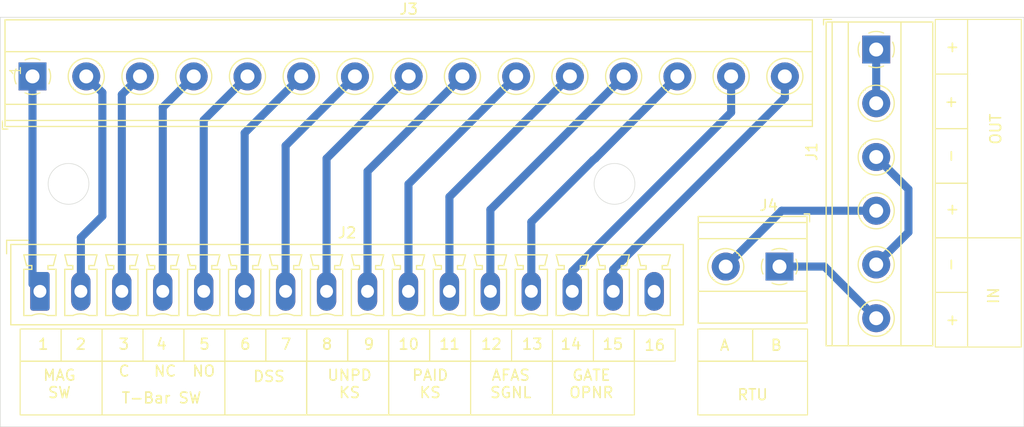
<source format=kicad_pcb>
(kicad_pcb (version 20240108) (generator "pcbnew") (generator_version "8.0")
  (layers (0 "F.Cu" signal) (31 "B.Cu" signal) (34 "B.Paste" user) (35 "F.Paste" user) (36 "B.SilkS" user "B.Silkscreen") (37 "F.SilkS" user "F.Silkscreen") (38 "B.Mask" user) (39 "F.Mask" user) (44 "Edge.Cuts" user))
  (net 0 "")
  (net 1 "Net-(J1-Pin_3)")
  (net 2 "Net-(J1-Pin_1)")
  (net 3 "Net-(J1-Pin_6)")
  (net 4 "Net-(J1-Pin_4)")
  (net 5 "Net-(J2-Pin_12)")
  (net 6 "Net-(J2-Pin_8)")
  (net 7 "Net-(J2-Pin_7)")
  (net 8 "Net-(J2-Pin_2)")
  (net 9 "Net-(J2-Pin_10)")
  (net 10 "Net-(J2-Pin_14)")
  (net 11 "Net-(J2-Pin_1)")
  (net 12 "Net-(J2-Pin_3)")
  (net 13 "Net-(J2-Pin_6)")
  (net 14 "Net-(J2-Pin_13)")
  (net 15 "Net-(J2-Pin_11)")
  (net 16 "Net-(J2-Pin_4)")
  (net 17 "Net-(J2-Pin_15)")
  (net 18 "Net-(J2-Pin_9)")
  (net 19 "Net-(J2-Pin_5)")
  (footprint "TerminalBlock_Phoenix:TerminalBlock_Phoenix_MKDS-1,5-6_1x06_P5.00mm_Horizontal" (layer "F.Cu") (at 81.5 3 -90)
    (property "Reference" "J1" (at 9.5 6 90) (layer "F.SilkS"))
    (property "Value" "Screw_Terminal_01x06")
    (fp_line (start -2.8 4.9) (end -2.3 4.9) (stroke (width 0.12)) (layer "F.SilkS"))
    (fp_line (start -2.56 4.66) (end 27.56 4.66) (stroke (width 0.12)) (layer "F.SilkS"))
    (fp_line (start -2.8 4.16) (end -2.8 4.9) (stroke (width 0.12)) (layer "F.SilkS"))
    (fp_line (start -2.56 4.1) (end 27.56 4.1) (stroke (width 0.12)) (layer "F.SilkS"))
    (fp_line (start -2.56 2.6) (end 27.56 2.6) (stroke (width 0.12)) (layer "F.SilkS"))
    (fp_line (start 3.966 1.239) (end 3.931 1.274) (stroke (width 0.12)) (layer "F.SilkS"))
    (fp_line (start 8.966 1.239) (end 8.931 1.274) (stroke (width 0.12)) (layer "F.SilkS"))
    (fp_line (start 13.966 1.239) (end 13.931 1.274) (stroke (width 0.12)) (layer "F.SilkS"))
    (fp_line (start 18.966 1.239) (end 18.931 1.274) (stroke (width 0.12)) (layer "F.SilkS"))
    (fp_line (start 23.966 1.239) (end 23.931 1.274) (stroke (width 0.12)) (layer "F.SilkS"))
    (fp_line (start 3.773 1.023) (end 3.726 1.069) (stroke (width 0.12)) (layer "F.SilkS"))
    (fp_line (start 8.773 1.023) (end 8.726 1.069) (stroke (width 0.12)) (layer "F.SilkS"))
    (fp_line (start 13.773 1.023) (end 13.726 1.069) (stroke (width 0.12)) (layer "F.SilkS"))
    (fp_line (start 18.773 1.023) (end 18.726 1.069) (stroke (width 0.12)) (layer "F.SilkS"))
    (fp_line (start 23.773 1.023) (end 23.726 1.069) (stroke (width 0.12)) (layer "F.SilkS"))
    (fp_line (start 6.275 -1.069) (end 6.228 -1.023) (stroke (width 0.12)) (layer "F.SilkS"))
    (fp_line (start 11.275 -1.069) (end 11.228 -1.023) (stroke (width 0.12)) (layer "F.SilkS"))
    (fp_line (start 16.275 -1.069) (end 16.228 -1.023) (stroke (width 0.12)) (layer "F.SilkS"))
    (fp_line (start 21.275 -1.069) (end 21.228 -1.023) (stroke (width 0.12)) (layer "F.SilkS"))
    (fp_line (start 26.275 -1.069) (end 26.228 -1.023) (stroke (width 0.12)) (layer "F.SilkS"))
    (fp_line (start 6.07 -1.275) (end 6.035 -1.239) (stroke (width 0.12)) (layer "F.SilkS"))
    (fp_line (start 11.07 -1.275) (end 11.035 -1.239) (stroke (width 0.12)) (layer "F.SilkS"))
    (fp_line (start 16.07 -1.275) (end 16.035 -1.239) (stroke (width 0.12)) (layer "F.SilkS"))
    (fp_line (start 21.07 -1.275) (end 21.035 -1.239) (stroke (width 0.12)) (layer "F.SilkS"))
    (fp_line (start 26.07 -1.275) (end 26.035 -1.239) (stroke (width 0.12)) (layer "F.SilkS"))
    (fp_line (start -2.56 -2.301) (end 27.56 -2.301) (stroke (width 0.12)) (layer "F.SilkS"))
    (fp_line (start -2.56 -5.261) (end -2.56 4.66) (stroke (width 0.12)) (layer "F.SilkS"))
    (fp_line (start -2.56 -5.261) (end 27.56 -5.261) (stroke (width 0.12)) (layer "F.SilkS"))
    (fp_line (start 27.56 -5.261) (end 27.56 4.66) (stroke (width 0.12)) (layer "F.SilkS"))
    (fp_arc (start 0.028805 1.680253) (mid -0.335551 1.646659) (end -0.684 1.535) (stroke (width 0.12)) (layer "F.SilkS"))
    (fp_arc (start 0.683318 1.534756) (mid 0.349292 1.643288) (end 0 1.68) (stroke (width 0.12)) (layer "F.SilkS"))
    (fp_arc (start -1.535427 0.683042) (mid -1.680501 -0.000524) (end -1.535 -0.684) (stroke (width 0.12)) (layer "F.SilkS"))
    (fp_arc (start 1.535427 -0.683042) (mid 1.680501 0.000524) (end 1.535 0.684) (stroke (width 0.12)) (layer "F.SilkS"))
    (fp_arc (start -0.683042 -1.535427) (mid 0.000524 -1.680501) (end 0.684 -1.535) (stroke (width 0.12)) (layer "F.SilkS"))
    (fp_circle (center 5 0) (end 6.68 0) (stroke (width 0.12)) (fill none) (layer "F.SilkS"))
    (fp_circle (center 10 0) (end 11.68 0) (stroke (width 0.12)) (fill none) (layer "F.SilkS"))
    (fp_circle (center 15 0) (end 16.68 0) (stroke (width 0.12)) (fill none) (layer "F.SilkS"))
    (fp_circle (center 20 0) (end 21.68 0) (stroke (width 0.12)) (fill none) (layer "F.SilkS"))
    (fp_circle (center 25 0) (end 26.68 0) (stroke (width 0.12)) (fill none) (layer "F.SilkS"))
    (pad "1" thru_hole rect (at 0 0 270) (size 2.6 2.6) (drill 1.3) (layers "*.Cu" "*.Mask") (net 2 "Net-(J1-Pin_1)"))
    (pad "2" thru_hole circle (at 5 0 270) (size 2.6 2.6) (drill 1.3) (layers "*.Cu" "*.Mask") (net 2 "Net-(J1-Pin_1)"))
    (pad "3" thru_hole circle (at 10 0 270) (size 2.6 2.6) (drill 1.3) (layers "*.Cu" "*.Mask") (net 1 "Net-(J1-Pin_3)"))
    (pad "4" thru_hole circle (at 15 0 270) (size 2.6 2.6) (drill 1.3) (layers "*.Cu" "*.Mask") (net 4 "Net-(J1-Pin_4)"))
    (pad "5" thru_hole circle (at 20 0 270) (size 2.6 2.6) (drill 1.3) (layers "*.Cu" "*.Mask") (net 1 "Net-(J1-Pin_3)"))
    (pad "6" thru_hole circle (at 25 0 270) (size 2.6 2.6) (drill 1.3) (layers "*.Cu" "*.Mask") (net 3 "Net-(J1-Pin_6)"))
  )
  (footprint "TerminalBlock_Phoenix:TerminalBlock_Phoenix_MKDS-1,5-15_1x15_P5.00mm_Horizontal" (layer "F.Cu") (at 3 5.5)
    (property "Reference" "J3" (at 35 -6.26 0) (layer "F.SilkS"))
    (property "Value" "Screw_Terminal_01x15")
    (fp_line (start -2.8 4.16) (end -2.8 4.9) (stroke (width 0.12)) (layer "F.SilkS"))
    (fp_line (start -2.8 4.9) (end -2.3 4.9) (stroke (width 0.12)) (layer "F.SilkS"))
    (fp_line (start -2.56 -5.261) (end -2.56 4.66) (stroke (width 0.12)) (layer "F.SilkS"))
    (fp_line (start -2.56 -5.261) (end 72.56 -5.261) (stroke (width 0.12)) (layer "F.SilkS"))
    (fp_line (start -2.56 -2.301) (end 72.56 -2.301) (stroke (width 0.12)) (layer "F.SilkS"))
    (fp_line (start -2.56 2.6) (end 72.56 2.6) (stroke (width 0.12)) (layer "F.SilkS"))
    (fp_line (start -2.56 4.1) (end 72.56 4.1) (stroke (width 0.12)) (layer "F.SilkS"))
    (fp_line (start -2.56 4.66) (end 72.56 4.66) (stroke (width 0.12)) (layer "F.SilkS"))
    (fp_line (start 3.773 1.023) (end 3.726 1.069) (stroke (width 0.12)) (layer "F.SilkS"))
    (fp_line (start 3.966 1.239) (end 3.931 1.274) (stroke (width 0.12)) (layer "F.SilkS"))
    (fp_line (start 6.07 -1.275) (end 6.035 -1.239) (stroke (width 0.12)) (layer "F.SilkS"))
    (fp_line (start 6.275 -1.069) (end 6.228 -1.023) (stroke (width 0.12)) (layer "F.SilkS"))
    (fp_line (start 8.773 1.023) (end 8.726 1.069) (stroke (width 0.12)) (layer "F.SilkS"))
    (fp_line (start 8.966 1.239) (end 8.931 1.274) (stroke (width 0.12)) (layer "F.SilkS"))
    (fp_line (start 11.07 -1.275) (end 11.035 -1.239) (stroke (width 0.12)) (layer "F.SilkS"))
    (fp_line (start 11.275 -1.069) (end 11.228 -1.023) (stroke (width 0.12)) (layer "F.SilkS"))
    (fp_line (start 13.773 1.023) (end 13.726 1.069) (stroke (width 0.12)) (layer "F.SilkS"))
    (fp_line (start 13.966 1.239) (end 13.931 1.274) (stroke (width 0.12)) (layer "F.SilkS"))
    (fp_line (start 16.07 -1.275) (end 16.035 -1.239) (stroke (width 0.12)) (layer "F.SilkS"))
    (fp_line (start 16.275 -1.069) (end 16.228 -1.023) (stroke (width 0.12)) (layer "F.SilkS"))
    (fp_line (start 18.773 1.023) (end 18.726 1.069) (stroke (width 0.12)) (layer "F.SilkS"))
    (fp_line (start 18.966 1.239) (end 18.931 1.274) (stroke (width 0.12)) (layer "F.SilkS"))
    (fp_line (start 21.07 -1.275) (end 21.035 -1.239) (stroke (width 0.12)) (layer "F.SilkS"))
    (fp_line (start 21.275 -1.069) (end 21.228 -1.023) (stroke (width 0.12)) (layer "F.SilkS"))
    (fp_line (start 23.773 1.023) (end 23.726 1.069) (stroke (width 0.12)) (layer "F.SilkS"))
    (fp_line (start 23.966 1.239) (end 23.931 1.274) (stroke (width 0.12)) (layer "F.SilkS"))
    (fp_line (start 26.07 -1.275) (end 26.035 -1.239) (stroke (width 0.12)) (layer "F.SilkS"))
    (fp_line (start 26.275 -1.069) (end 26.228 -1.023) (stroke (width 0.12)) (layer "F.SilkS"))
    (fp_line (start 28.773 1.023) (end 28.726 1.069) (stroke (width 0.12)) (layer "F.SilkS"))
    (fp_line (start 28.966 1.239) (end 28.931 1.274) (stroke (width 0.12)) (layer "F.SilkS"))
    (fp_line (start 31.07 -1.275) (end 31.035 -1.239) (stroke (width 0.12)) (layer "F.SilkS"))
    (fp_line (start 31.275 -1.069) (end 31.228 -1.023) (stroke (width 0.12)) (layer "F.SilkS"))
    (fp_line (start 33.773 1.023) (end 33.726 1.069) (stroke (width 0.12)) (layer "F.SilkS"))
    (fp_line (start 33.966 1.239) (end 33.931 1.274) (stroke (width 0.12)) (layer "F.SilkS"))
    (fp_line (start 36.07 -1.275) (end 36.035 -1.239) (stroke (width 0.12)) (layer "F.SilkS"))
    (fp_line (start 36.275 -1.069) (end 36.228 -1.023) (stroke (width 0.12)) (layer "F.SilkS"))
    (fp_line (start 38.773 1.023) (end 38.726 1.069) (stroke (width 0.12)) (layer "F.SilkS"))
    (fp_line (start 38.966 1.239) (end 38.931 1.274) (stroke (width 0.12)) (layer "F.SilkS"))
    (fp_line (start 41.07 -1.275) (end 41.035 -1.239) (stroke (width 0.12)) (layer "F.SilkS"))
    (fp_line (start 41.275 -1.069) (end 41.228 -1.023) (stroke (width 0.12)) (layer "F.SilkS"))
    (fp_line (start 43.773 1.023) (end 43.726 1.069) (stroke (width 0.12)) (layer "F.SilkS"))
    (fp_line (start 43.966 1.239) (end 43.931 1.274) (stroke (width 0.12)) (layer "F.SilkS"))
    (fp_line (start 46.07 -1.275) (end 46.035 -1.239) (stroke (width 0.12)) (layer "F.SilkS"))
    (fp_line (start 46.275 -1.069) (end 46.228 -1.023) (stroke (width 0.12)) (layer "F.SilkS"))
    (fp_line (start 48.773 1.023) (end 48.726 1.069) (stroke (width 0.12)) (layer "F.SilkS"))
    (fp_line (start 48.966 1.239) (end 48.931 1.274) (stroke (width 0.12)) (layer "F.SilkS"))
    (fp_line (start 51.07 -1.275) (end 51.035 -1.239) (stroke (width 0.12)) (layer "F.SilkS"))
    (fp_line (start 51.275 -1.069) (end 51.228 -1.023) (stroke (width 0.12)) (layer "F.SilkS"))
    (fp_line (start 53.773 1.023) (end 53.726 1.069) (stroke (width 0.12)) (layer "F.SilkS"))
    (fp_line (start 53.966 1.239) (end 53.931 1.274) (stroke (width 0.12)) (layer "F.SilkS"))
    (fp_line (start 56.07 -1.275) (end 56.035 -1.239) (stroke (width 0.12)) (layer "F.SilkS"))
    (fp_line (start 56.275 -1.069) (end 56.228 -1.023) (stroke (width 0.12)) (layer "F.SilkS"))
    (fp_line (start 58.773 1.023) (end 58.726 1.069) (stroke (width 0.12)) (layer "F.SilkS"))
    (fp_line (start 58.966 1.239) (end 58.931 1.274) (stroke (width 0.12)) (layer "F.SilkS"))
    (fp_line (start 61.07 -1.275) (end 61.035 -1.239) (stroke (width 0.12)) (layer "F.SilkS"))
    (fp_line (start 61.275 -1.069) (end 61.228 -1.023) (stroke (width 0.12)) (layer "F.SilkS"))
    (fp_line (start 63.773 1.023) (end 63.726 1.069) (stroke (width 0.12)) (layer "F.SilkS"))
    (fp_line (start 63.966 1.239) (end 63.931 1.274) (stroke (width 0.12)) (layer "F.SilkS"))
    (fp_line (start 66.07 -1.275) (end 66.035 -1.239) (stroke (width 0.12)) (layer "F.SilkS"))
    (fp_line (start 66.275 -1.069) (end 66.228 -1.023) (stroke (width 0.12)) (layer "F.SilkS"))
    (fp_line (start 68.773 1.023) (end 68.726 1.069) (stroke (width 0.12)) (layer "F.SilkS"))
    (fp_line (start 68.966 1.239) (end 68.931 1.274) (stroke (width 0.12)) (layer "F.SilkS"))
    (fp_line (start 71.07 -1.275) (end 71.035 -1.239) (stroke (width 0.12)) (layer "F.SilkS"))
    (fp_line (start 71.275 -1.069) (end 71.228 -1.023) (stroke (width 0.12)) (layer "F.SilkS"))
    (fp_line (start 72.56 -5.261) (end 72.56 4.66) (stroke (width 0.12)) (layer "F.SilkS"))
    (fp_arc (start -1.535427 0.683042) (mid -1.680501 -0.000524) (end -1.535 -0.684) (stroke (width 0.12)) (layer "F.SilkS"))
    (fp_arc (start -0.683042 -1.535427) (mid 0.000524 -1.680501) (end 0.684 -1.535) (stroke (width 0.12)) (layer "F.SilkS"))
    (fp_arc (start 0.028805 1.680253) (mid -0.335551 1.646659) (end -0.684 1.535) (stroke (width 0.12)) (layer "F.SilkS"))
    (fp_arc (start 0.683318 1.534756) (mid 0.349292 1.643288) (end 0 1.68) (stroke (width 0.12)) (layer "F.SilkS"))
    (fp_arc (start 1.535427 -0.683042) (mid 1.680501 0.000524) (end 1.535 0.684) (stroke (width 0.12)) (layer "F.SilkS"))
    (fp_circle (center 5 0) (end 6.68 0) (stroke (width 0.12)) (fill none) (layer "F.SilkS"))
    (fp_circle (center 10 0) (end 11.68 0) (stroke (width 0.12)) (fill none) (layer "F.SilkS"))
    (fp_circle (center 15 0) (end 16.68 0) (stroke (width 0.12)) (fill none) (layer "F.SilkS"))
    (fp_circle (center 20 0) (end 21.68 0) (stroke (width 0.12)) (fill none) (layer "F.SilkS"))
    (fp_circle (center 25 0) (end 26.68 0) (stroke (width 0.12)) (fill none) (layer "F.SilkS"))
    (fp_circle (center 30 0) (end 31.68 0) (stroke (width 0.12)) (fill none) (layer "F.SilkS"))
    (fp_circle (center 35 0) (end 36.68 0) (stroke (width 0.12)) (fill none) (layer "F.SilkS"))
    (fp_circle (center 40 0) (end 41.68 0) (stroke (width 0.12)) (fill none) (layer "F.SilkS"))
    (fp_circle (center 45 0) (end 46.68 0) (stroke (width 0.12)) (fill none) (layer "F.SilkS"))
    (fp_circle (center 50 0) (end 51.68 0) (stroke (width 0.12)) (fill none) (layer "F.SilkS"))
    (fp_circle (center 55 0) (end 56.68 0) (stroke (width 0.12)) (fill none) (layer "F.SilkS"))
    (fp_circle (center 60 0) (end 61.68 0) (stroke (width 0.12)) (fill none) (layer "F.SilkS"))
    (fp_circle (center 65 0) (end 66.68 0) (stroke (width 0.12)) (fill none) (layer "F.SilkS"))
    (fp_circle (center 70 0) (end 71.68 0) (stroke (width 0.12)) (fill none) (layer "F.SilkS"))
    (pad "1" thru_hole rect (at 0 0) (size 2.6 2.6) (drill 1.3) (layers "*.Cu" "*.Mask") (net 11 "Net-(J2-Pin_1)"))
    (pad "2" thru_hole circle (at 5 0) (size 2.6 2.6) (drill 1.3) (layers "*.Cu" "*.Mask") (net 8 "Net-(J2-Pin_2)"))
    (pad "3" thru_hole circle (at 10 0) (size 2.6 2.6) (drill 1.3) (layers "*.Cu" "*.Mask") (net 12 "Net-(J2-Pin_3)"))
    (pad "4" thru_hole circle (at 15 0) (size 2.6 2.6) (drill 1.3) (layers "*.Cu" "*.Mask") (net 16 "Net-(J2-Pin_4)"))
    (pad "5" thru_hole circle (at 20 0) (size 2.6 2.6) (drill 1.3) (layers "*.Cu" "*.Mask") (net 19 "Net-(J2-Pin_5)"))
    (pad "6" thru_hole circle (at 25 0) (size 2.6 2.6) (drill 1.3) (layers "*.Cu" "*.Mask") (net 13 "Net-(J2-Pin_6)"))
    (pad "7" thru_hole circle (at 30 0) (size 2.6 2.6) (drill 1.3) (layers "*.Cu" "*.Mask") (net 7 "Net-(J2-Pin_7)"))
    (pad "8" thru_hole circle (at 35 0) (size 2.6 2.6) (drill 1.3) (layers "*.Cu" "*.Mask") (net 6 "Net-(J2-Pin_8)"))
    (pad "9" thru_hole circle (at 40 0) (size 2.6 2.6) (drill 1.3) (layers "*.Cu" "*.Mask") (net 18 "Net-(J2-Pin_9)"))
    (pad "10" thru_hole circle (at 45 0) (size 2.6 2.6) (drill 1.3) (layers "*.Cu" "*.Mask") (net 9 "Net-(J2-Pin_10)"))
    (pad "11" thru_hole circle (at 50 0) (size 2.6 2.6) (drill 1.3) (layers "*.Cu" "*.Mask") (net 15 "Net-(J2-Pin_11)"))
    (pad "12" thru_hole circle (at 55 0) (size 2.6 2.6) (drill 1.3) (layers "*.Cu" "*.Mask") (net 5 "Net-(J2-Pin_12)"))
    (pad "13" thru_hole circle (at 60 0) (size 2.6 2.6) (drill 1.3) (layers "*.Cu" "*.Mask") (net 14 "Net-(J2-Pin_13)"))
    (pad "14" thru_hole circle (at 65 0) (size 2.6 2.6) (drill 1.3) (layers "*.Cu" "*.Mask") (net 10 "Net-(J2-Pin_14)"))
    (pad "15" thru_hole circle (at 70 0) (size 2.6 2.6) (drill 1.3) (layers "*.Cu" "*.Mask") (net 17 "Net-(J2-Pin_15)"))
  )
  (footprint "Connector_Phoenix_MC:PhoenixContact_MCV_1,5_16-G-3.81_1x16_P3.81mm_Vertical" (layer "F.Cu") (at 3.69 25.5)
    (property "Reference" "J2" (at 28.58 -5.45 0) (layer "F.SilkS"))
    (property "Value" "Conn_01x15_Socket")
    (fp_line (start -3.1 -4.75) (end -1.1 -4.75) (stroke (width 0.12)) (layer "F.SilkS"))
    (fp_line (start -3.1 -3.5) (end -3.1 -4.75) (stroke (width 0.12)) (layer "F.SilkS"))
    (fp_line (start -2.71 -4.36) (end -2.71 3.11) (stroke (width 0.12)) (layer "F.SilkS"))
    (fp_line (start -2.71 3.11) (end 59.86 3.11) (stroke (width 0.12)) (layer "F.SilkS"))
    (fp_line (start -1.5 -3.4) (end 1.5 -3.4) (stroke (width 0.12)) (layer "F.SilkS"))
    (fp_line (start -1.5 -2.05) (end -0.75 -2.05) (stroke (width 0.12)) (layer "F.SilkS"))
    (fp_line (start -1.5 2.25) (end -1.5 -2.05) (stroke (width 0.12)) (layer "F.SilkS"))
    (fp_line (start -1.25 -2.4) (end -1.5 -3.4) (stroke (width 0.12)) (layer "F.SilkS"))
    (fp_line (start -0.75 -2.4) (end -1.25 -2.4) (stroke (width 0.12)) (layer "F.SilkS"))
    (fp_line (start -0.75 -2.05) (end -0.75 -2.4) (stroke (width 0.12)) (layer "F.SilkS"))
    (fp_line (start -0.75 2.25) (end -1.5 2.25) (stroke (width 0.12)) (layer "F.SilkS"))
    (fp_line (start 0.75 -2.4) (end 0.75 -2.05) (stroke (width 0.12)) (layer "F.SilkS"))
    (fp_line (start 0.75 -2.05) (end 1.5 -2.05) (stroke (width 0.12)) (layer "F.SilkS"))
    (fp_line (start 1.25 -2.4) (end 0.75 -2.4) (stroke (width 0.12)) (layer "F.SilkS"))
    (fp_line (start 1.5 -3.4) (end 1.25 -2.4) (stroke (width 0.12)) (layer "F.SilkS"))
    (fp_line (start 1.5 -2.05) (end 1.5 2.25) (stroke (width 0.12)) (layer "F.SilkS"))
    (fp_line (start 1.5 2.25) (end 0.75 2.25) (stroke (width 0.12)) (layer "F.SilkS"))
    (fp_line (start 2.31 -3.4) (end 5.31 -3.4) (stroke (width 0.12)) (layer "F.SilkS"))
    (fp_line (start 2.31 -2.05) (end 3.06 -2.05) (stroke (width 0.12)) (layer "F.SilkS"))
    (fp_line (start 2.31 2.25) (end 2.31 -2.05) (stroke (width 0.12)) (layer "F.SilkS"))
    (fp_line (start 2.56 -2.4) (end 2.31 -3.4) (stroke (width 0.12)) (layer "F.SilkS"))
    (fp_line (start 3.06 -2.4) (end 2.56 -2.4) (stroke (width 0.12)) (layer "F.SilkS"))
    (fp_line (start 3.06 -2.05) (end 3.06 -2.4) (stroke (width 0.12)) (layer "F.SilkS"))
    (fp_line (start 3.06 2.25) (end 2.31 2.25) (stroke (width 0.12)) (layer "F.SilkS"))
    (fp_line (start 4.56 -2.4) (end 4.56 -2.05) (stroke (width 0.12)) (layer "F.SilkS"))
    (fp_line (start 4.56 -2.05) (end 5.31 -2.05) (stroke (width 0.12)) (layer "F.SilkS"))
    (fp_line (start 5.06 -2.4) (end 4.56 -2.4) (stroke (width 0.12)) (layer "F.SilkS"))
    (fp_line (start 5.31 -3.4) (end 5.06 -2.4) (stroke (width 0.12)) (layer "F.SilkS"))
    (fp_line (start 5.31 -2.05) (end 5.31 2.25) (stroke (width 0.12)) (layer "F.SilkS"))
    (fp_line (start 5.31 2.25) (end 4.56 2.25) (stroke (width 0.12)) (layer "F.SilkS"))
    (fp_line (start 6.12 -3.4) (end 9.12 -3.4) (stroke (width 0.12)) (layer "F.SilkS"))
    (fp_line (start 6.12 -2.05) (end 6.87 -2.05) (stroke (width 0.12)) (layer "F.SilkS"))
    (fp_line (start 6.12 2.25) (end 6.12 -2.05) (stroke (width 0.12)) (layer "F.SilkS"))
    (fp_line (start 6.37 -2.4) (end 6.12 -3.4) (stroke (width 0.12)) (layer "F.SilkS"))
    (fp_line (start 6.87 -2.4) (end 6.37 -2.4) (stroke (width 0.12)) (layer "F.SilkS"))
    (fp_line (start 6.87 -2.05) (end 6.87 -2.4) (stroke (width 0.12)) (layer "F.SilkS"))
    (fp_line (start 6.87 2.25) (end 6.12 2.25) (stroke (width 0.12)) (layer "F.SilkS"))
    (fp_line (start 8.37 -2.4) (end 8.37 -2.05) (stroke (width 0.12)) (layer "F.SilkS"))
    (fp_line (start 8.37 -2.05) (end 9.12 -2.05) (stroke (width 0.12)) (layer "F.SilkS"))
    (fp_line (start 8.87 -2.4) (end 8.37 -2.4) (stroke (width 0.12)) (layer "F.SilkS"))
    (fp_line (start 9.12 -3.4) (end 8.87 -2.4) (stroke (width 0.12)) (layer "F.SilkS"))
    (fp_line (start 9.12 -2.05) (end 9.12 2.25) (stroke (width 0.12)) (layer "F.SilkS"))
    (fp_line (start 9.12 2.25) (end 8.37 2.25) (stroke (width 0.12)) (layer "F.SilkS"))
    (fp_line (start 9.93 -3.4) (end 12.93 -3.4) (stroke (width 0.12)) (layer "F.SilkS"))
    (fp_line (start 9.93 -2.05) (end 10.68 -2.05) (stroke (width 0.12)) (layer "F.SilkS"))
    (fp_line (start 9.93 2.25) (end 9.93 -2.05) (stroke (width 0.12)) (layer "F.SilkS"))
    (fp_line (start 10.18 -2.4) (end 9.93 -3.4) (stroke (width 0.12)) (layer "F.SilkS"))
    (fp_line (start 10.68 -2.4) (end 10.18 -2.4) (stroke (width 0.12)) (layer "F.SilkS"))
    (fp_line (start 10.68 -2.05) (end 10.68 -2.4) (stroke (width 0.12)) (layer "F.SilkS"))
    (fp_line (start 10.68 2.25) (end 9.93 2.25) (stroke (width 0.12)) (layer "F.SilkS"))
    (fp_line (start 12.18 -2.4) (end 12.18 -2.05) (stroke (width 0.12)) (layer "F.SilkS"))
    (fp_line (start 12.18 -2.05) (end 12.93 -2.05) (stroke (width 0.12)) (layer "F.SilkS"))
    (fp_line (start 12.68 -2.4) (end 12.18 -2.4) (stroke (width 0.12)) (layer "F.SilkS"))
    (fp_line (start 12.93 -3.4) (end 12.68 -2.4) (stroke (width 0.12)) (layer "F.SilkS"))
    (fp_line (start 12.93 -2.05) (end 12.93 2.25) (stroke (width 0.12)) (layer "F.SilkS"))
    (fp_line (start 12.93 2.25) (end 12.18 2.25) (stroke (width 0.12)) (layer "F.SilkS"))
    (fp_line (start 13.74 -3.4) (end 16.74 -3.4) (stroke (width 0.12)) (layer "F.SilkS"))
    (fp_line (start 13.74 -2.05) (end 14.49 -2.05) (stroke (width 0.12)) (layer "F.SilkS"))
    (fp_line (start 13.74 2.25) (end 13.74 -2.05) (stroke (width 0.12)) (layer "F.SilkS"))
    (fp_line (start 13.99 -2.4) (end 13.74 -3.4) (stroke (width 0.12)) (layer "F.SilkS"))
    (fp_line (start 14.49 -2.4) (end 13.99 -2.4) (stroke (width 0.12)) (layer "F.SilkS"))
    (fp_line (start 14.49 -2.05) (end 14.49 -2.4) (stroke (width 0.12)) (layer "F.SilkS"))
    (fp_line (start 14.49 2.25) (end 13.74 2.25) (stroke (width 0.12)) (layer "F.SilkS"))
    (fp_line (start 15.99 -2.4) (end 15.99 -2.05) (stroke (width 0.12)) (layer "F.SilkS"))
    (fp_line (start 15.99 -2.05) (end 16.74 -2.05) (stroke (width 0.12)) (layer "F.SilkS"))
    (fp_line (start 16.49 -2.4) (end 15.99 -2.4) (stroke (width 0.12)) (layer "F.SilkS"))
    (fp_line (start 16.74 -3.4) (end 16.49 -2.4) (stroke (width 0.12)) (layer "F.SilkS"))
    (fp_line (start 16.74 -2.05) (end 16.74 2.25) (stroke (width 0.12)) (layer "F.SilkS"))
    (fp_line (start 16.74 2.25) (end 15.99 2.25) (stroke (width 0.12)) (layer "F.SilkS"))
    (fp_line (start 17.55 -3.4) (end 20.55 -3.4) (stroke (width 0.12)) (layer "F.SilkS"))
    (fp_line (start 17.55 -2.05) (end 18.3 -2.05) (stroke (width 0.12)) (layer "F.SilkS"))
    (fp_line (start 17.55 2.25) (end 17.55 -2.05) (stroke (width 0.12)) (layer "F.SilkS"))
    (fp_line (start 17.8 -2.4) (end 17.55 -3.4) (stroke (width 0.12)) (layer "F.SilkS"))
    (fp_line (start 18.3 -2.4) (end 17.8 -2.4) (stroke (width 0.12)) (layer "F.SilkS"))
    (fp_line (start 18.3 -2.05) (end 18.3 -2.4) (stroke (width 0.12)) (layer "F.SilkS"))
    (fp_line (start 18.3 2.25) (end 17.55 2.25) (stroke (width 0.12)) (layer "F.SilkS"))
    (fp_line (start 19.8 -2.4) (end 19.8 -2.05) (stroke (width 0.12)) (layer "F.SilkS"))
    (fp_line (start 19.8 -2.05) (end 20.55 -2.05) (stroke (width 0.12)) (layer "F.SilkS"))
    (fp_line (start 20.3 -2.4) (end 19.8 -2.4) (stroke (width 0.12)) (layer "F.SilkS"))
    (fp_line (start 20.55 -3.4) (end 20.3 -2.4) (stroke (width 0.12)) (layer "F.SilkS"))
    (fp_line (start 20.55 -2.05) (end 20.55 2.25) (stroke (width 0.12)) (layer "F.SilkS"))
    (fp_line (start 20.55 2.25) (end 19.8 2.25) (stroke (width 0.12)) (layer "F.SilkS"))
    (fp_line (start 21.36 -3.4) (end 24.36 -3.4) (stroke (width 0.12)) (layer "F.SilkS"))
    (fp_line (start 21.36 -2.05) (end 22.11 -2.05) (stroke (width 0.12)) (layer "F.SilkS"))
    (fp_line (start 21.36 2.25) (end 21.36 -2.05) (stroke (width 0.12)) (layer "F.SilkS"))
    (fp_line (start 21.61 -2.4) (end 21.36 -3.4) (stroke (width 0.12)) (layer "F.SilkS"))
    (fp_line (start 22.11 -2.4) (end 21.61 -2.4) (stroke (width 0.12)) (layer "F.SilkS"))
    (fp_line (start 22.11 -2.05) (end 22.11 -2.4) (stroke (width 0.12)) (layer "F.SilkS"))
    (fp_line (start 22.11 2.25) (end 21.36 2.25) (stroke (width 0.12)) (layer "F.SilkS"))
    (fp_line (start 23.61 -2.4) (end 23.61 -2.05) (stroke (width 0.12)) (layer "F.SilkS"))
    (fp_line (start 23.61 -2.05) (end 24.36 -2.05) (stroke (width 0.12)) (layer "F.SilkS"))
    (fp_line (start 24.11 -2.4) (end 23.61 -2.4) (stroke (width 0.12)) (layer "F.SilkS"))
    (fp_line (start 24.36 -3.4) (end 24.11 -2.4) (stroke (width 0.12)) (layer "F.SilkS"))
    (fp_line (start 24.36 -2.05) (end 24.36 2.25) (stroke (width 0.12)) (layer "F.SilkS"))
    (fp_line (start 24.36 2.25) (end 23.61 2.25) (stroke (width 0.12)) (layer "F.SilkS"))
    (fp_line (start 25.17 -3.4) (end 28.17 -3.4) (stroke (width 0.12)) (layer "F.SilkS"))
    (fp_line (start 25.17 -2.05) (end 25.92 -2.05) (stroke (width 0.12)) (layer "F.SilkS"))
    (fp_line (start 25.17 2.25) (end 25.17 -2.05) (stroke (width 0.12)) (layer "F.SilkS"))
    (fp_line (start 25.42 -2.4) (end 25.17 -3.4) (stroke (width 0.12)) (layer "F.SilkS"))
    (fp_line (start 25.92 -2.4) (end 25.42 -2.4) (stroke (width 0.12)) (layer "F.SilkS"))
    (fp_line (start 25.92 -2.05) (end 25.92 -2.4) (stroke (width 0.12)) (layer "F.SilkS"))
    (fp_line (start 25.92 2.25) (end 25.17 2.25) (stroke (width 0.12)) (layer "F.SilkS"))
    (fp_line (start 27.42 -2.4) (end 27.42 -2.05) (stroke (width 0.12)) (layer "F.SilkS"))
    (fp_line (start 27.42 -2.05) (end 28.17 -2.05) (stroke (width 0.12)) (layer "F.SilkS"))
    (fp_line (start 27.92 -2.4) (end 27.42 -2.4) (stroke (width 0.12)) (layer "F.SilkS"))
    (fp_line (start 28.17 -3.4) (end 27.92 -2.4) (stroke (width 0.12)) (layer "F.SilkS"))
    (fp_line (start 28.17 -2.05) (end 28.17 2.25) (stroke (width 0.12)) (layer "F.SilkS"))
    (fp_line (start 28.17 2.25) (end 27.42 2.25) (stroke (width 0.12)) (layer "F.SilkS"))
    (fp_line (start 28.98 -3.4) (end 31.98 -3.4) (stroke (width 0.12)) (layer "F.SilkS"))
    (fp_line (start 28.98 -2.05) (end 29.73 -2.05) (stroke (width 0.12)) (layer "F.SilkS"))
    (fp_line (start 28.98 2.25) (end 28.98 -2.05) (stroke (width 0.12)) (layer "F.SilkS"))
    (fp_line (start 29.23 -2.4) (end 28.98 -3.4) (stroke (width 0.12)) (layer "F.SilkS"))
    (fp_line (start 29.73 -2.4) (end 29.23 -2.4) (stroke (width 0.12)) (layer "F.SilkS"))
    (fp_line (start 29.73 -2.05) (end 29.73 -2.4) (stroke (width 0.12)) (layer "F.SilkS"))
    (fp_line (start 29.73 2.25) (end 28.98 2.25) (stroke (width 0.12)) (layer "F.SilkS"))
    (fp_line (start 31.23 -2.4) (end 31.23 -2.05) (stroke (width 0.12)) (layer "F.SilkS"))
    (fp_line (start 31.23 -2.05) (end 31.98 -2.05) (stroke (width 0.12)) (layer "F.SilkS"))
    (fp_line (start 31.73 -2.4) (end 31.23 -2.4) (stroke (width 0.12)) (layer "F.SilkS"))
    (fp_line (start 31.98 -3.4) (end 31.73 -2.4) (stroke (width 0.12)) (layer "F.SilkS"))
    (fp_line (start 31.98 -2.05) (end 31.98 2.25) (stroke (width 0.12)) (layer "F.SilkS"))
    (fp_line (start 31.98 2.25) (end 31.23 2.25) (stroke (width 0.12)) (layer "F.SilkS"))
    (fp_line (start 32.79 -3.4) (end 35.79 -3.4) (stroke (width 0.12)) (layer "F.SilkS"))
    (fp_line (start 32.79 -2.05) (end 33.54 -2.05) (stroke (width 0.12)) (layer "F.SilkS"))
    (fp_line (start 32.79 2.25) (end 32.79 -2.05) (stroke (width 0.12)) (layer "F.SilkS"))
    (fp_line (start 33.04 -2.4) (end 32.79 -3.4) (stroke (width 0.12)) (layer "F.SilkS"))
    (fp_line (start 33.54 -2.4) (end 33.04 -2.4) (stroke (width 0.12)) (layer "F.SilkS"))
    (fp_line (start 33.54 -2.05) (end 33.54 -2.4) (stroke (width 0.12)) (layer "F.SilkS"))
    (fp_line (start 33.54 2.25) (end 32.79 2.25) (stroke (width 0.12)) (layer "F.SilkS"))
    (fp_line (start 35.04 -2.4) (end 35.04 -2.05) (stroke (width 0.12)) (layer "F.SilkS"))
    (fp_line (start 35.04 -2.05) (end 35.79 -2.05) (stroke (width 0.12)) (layer "F.SilkS"))
    (fp_line (start 35.54 -2.4) (end 35.04 -2.4) (stroke (width 0.12)) (layer "F.SilkS"))
    (fp_line (start 35.79 -3.4) (end 35.54 -2.4) (stroke (width 0.12)) (layer "F.SilkS"))
    (fp_line (start 35.79 -2.05) (end 35.79 2.25) (stroke (width 0.12)) (layer "F.SilkS"))
    (fp_line (start 35.79 2.25) (end 35.04 2.25) (stroke (width 0.12)) (layer "F.SilkS"))
    (fp_line (start 36.6 -3.4) (end 39.6 -3.4) (stroke (width 0.12)) (layer "F.SilkS"))
    (fp_line (start 36.6 -2.05) (end 37.35 -2.05) (stroke (width 0.12)) (layer "F.SilkS"))
    (fp_line (start 36.6 2.25) (end 36.6 -2.05) (stroke (width 0.12)) (layer "F.SilkS"))
    (fp_line (start 36.85 -2.4) (end 36.6 -3.4) (stroke (width 0.12)) (layer "F.SilkS"))
    (fp_line (start 37.35 -2.4) (end 36.85 -2.4) (stroke (width 0.12)) (layer "F.SilkS"))
    (fp_line (start 37.35 -2.05) (end 37.35 -2.4) (stroke (width 0.12)) (layer "F.SilkS"))
    (fp_line (start 37.35 2.25) (end 36.6 2.25) (stroke (width 0.12)) (layer "F.SilkS"))
    (fp_line (start 38.85 -2.4) (end 38.85 -2.05) (stroke (width 0.12)) (layer "F.SilkS"))
    (fp_line (start 38.85 -2.05) (end 39.6 -2.05) (stroke (width 0.12)) (layer "F.SilkS"))
    (fp_line (start 39.35 -2.4) (end 38.85 -2.4) (stroke (width 0.12)) (layer "F.SilkS"))
    (fp_line (start 39.6 -3.4) (end 39.35 -2.4) (stroke (width 0.12)) (layer "F.SilkS"))
    (fp_line (start 39.6 -2.05) (end 39.6 2.25) (stroke (width 0.12)) (layer "F.SilkS"))
    (fp_line (start 39.6 2.25) (end 38.85 2.25) (stroke (width 0.12)) (layer "F.SilkS"))
    (fp_line (start 40.41 -3.4) (end 43.41 -3.4) (stroke (width 0.12)) (layer "F.SilkS"))
    (fp_line (start 40.41 -2.05) (end 41.16 -2.05) (stroke (width 0.12)) (layer "F.SilkS"))
    (fp_line (start 40.41 2.25) (end 40.41 -2.05) (stroke (width 0.12)) (layer "F.SilkS"))
    (fp_line (start 40.66 -2.4) (end 40.41 -3.4) (stroke (width 0.12)) (layer "F.SilkS"))
    (fp_line (start 41.16 -2.4) (end 40.66 -2.4) (stroke (width 0.12)) (layer "F.SilkS"))
    (fp_line (start 41.16 -2.05) (end 41.16 -2.4) (stroke (width 0.12)) (layer "F.SilkS"))
    (fp_line (start 41.16 2.25) (end 40.41 2.25) (stroke (width 0.12)) (layer "F.SilkS"))
    (fp_line (start 42.66 -2.4) (end 42.66 -2.05) (stroke (width 0.12)) (layer "F.SilkS"))
    (fp_line (start 42.66 -2.05) (end 43.41 -2.05) (stroke (width 0.12)) (layer "F.SilkS"))
    (fp_line (start 43.16 -2.4) (end 42.66 -2.4) (stroke (width 0.12)) (layer "F.SilkS"))
    (fp_line (start 43.41 -3.4) (end 43.16 -2.4) (stroke (width 0.12)) (layer "F.SilkS"))
    (fp_line (start 43.41 -2.05) (end 43.41 2.25) (stroke (width 0.12)) (layer "F.SilkS"))
    (fp_line (start 43.41 2.25) (end 42.66 2.25) (stroke (width 0.12)) (layer "F.SilkS"))
    (fp_line (start 44.22 -3.4) (end 47.22 -3.4) (stroke (width 0.12)) (layer "F.SilkS"))
    (fp_line (start 44.22 -2.05) (end 44.97 -2.05) (stroke (width 0.12)) (layer "F.SilkS"))
    (fp_line (start 44.22 2.25) (end 44.22 -2.05) (stroke (width 0.12)) (layer "F.SilkS"))
    (fp_line (start 44.47 -2.4) (end 44.22 -3.4) (stroke (width 0.12)) (layer "F.SilkS"))
    (fp_line (start 44.97 -2.4) (end 44.47 -2.4) (stroke (width 0.12)) (layer "F.SilkS"))
    (fp_line (start 44.97 -2.05) (end 44.97 -2.4) (stroke (width 0.12)) (layer "F.SilkS"))
    (fp_line (start 44.97 2.25) (end 44.22 2.25) (stroke (width 0.12)) (layer "F.SilkS"))
    (fp_line (start 46.47 -2.4) (end 46.47 -2.05) (stroke (width 0.12)) (layer "F.SilkS"))
    (fp_line (start 46.47 -2.05) (end 47.22 -2.05) (stroke (width 0.12)) (layer "F.SilkS"))
    (fp_line (start 46.97 -2.4) (end 46.47 -2.4) (stroke (width 0.12)) (layer "F.SilkS"))
    (fp_line (start 47.22 -3.4) (end 46.97 -2.4) (stroke (width 0.12)) (layer "F.SilkS"))
    (fp_line (start 47.22 -2.05) (end 47.22 2.25) (stroke (width 0.12)) (layer "F.SilkS"))
    (fp_line (start 47.22 2.25) (end 46.47 2.25) (stroke (width 0.12)) (layer "F.SilkS"))
    (fp_line (start 48.03 -3.4) (end 51.03 -3.4) (stroke (width 0.12)) (layer "F.SilkS"))
    (fp_line (start 48.03 -2.05) (end 48.78 -2.05) (stroke (width 0.12)) (layer "F.SilkS"))
    (fp_line (start 48.03 2.25) (end 48.03 -2.05) (stroke (width 0.12)) (layer "F.SilkS"))
    (fp_line (start 48.28 -2.4) (end 48.03 -3.4) (stroke (width 0.12)) (layer "F.SilkS"))
    (fp_line (start 48.78 -2.4) (end 48.28 -2.4) (stroke (width 0.12)) (layer "F.SilkS"))
    (fp_line (start 48.78 -2.05) (end 48.78 -2.4) (stroke (width 0.12)) (layer "F.SilkS"))
    (fp_line (start 48.78 2.25) (end 48.03 2.25) (stroke (width 0.12)) (layer "F.SilkS"))
    (fp_line (start 50.28 -2.4) (end 50.28 -2.05) (stroke (width 0.12)) (layer "F.SilkS"))
    (fp_line (start 50.28 -2.05) (end 51.03 -2.05) (stroke (width 0.12)) (layer "F.SilkS"))
    (fp_line (start 50.78 -2.4) (end 50.28 -2.4) (stroke (width 0.12)) (layer "F.SilkS"))
    (fp_line (start 51.03 -3.4) (end 50.78 -2.4) (stroke (width 0.12)) (layer "F.SilkS"))
    (fp_line (start 51.03 -2.05) (end 51.03 2.25) (stroke (width 0.12)) (layer "F.SilkS"))
    (fp_line (start 51.03 2.25) (end 50.28 2.25) (stroke (width 0.12)) (layer "F.SilkS"))
    (fp_line (start 51.84 -3.4) (end 54.84 -3.4) (stroke (width 0.12)) (layer "F.SilkS"))
    (fp_line (start 51.84 -2.05) (end 52.59 -2.05) (stroke (width 0.12)) (layer "F.SilkS"))
    (fp_line (start 51.84 2.25) (end 51.84 -2.05) (stroke (width 0.12)) (layer "F.SilkS"))
    (fp_line (start 52.09 -2.4) (end 51.84 -3.4) (stroke (width 0.12)) (layer "F.SilkS"))
    (fp_line (start 52.59 -2.4) (end 52.09 -2.4) (stroke (width 0.12)) (layer "F.SilkS"))
    (fp_line (start 52.59 -2.05) (end 52.59 -2.4) (stroke (width 0.12)) (layer "F.SilkS"))
    (fp_line (start 52.59 2.25) (end 51.84 2.25) (stroke (width 0.12)) (layer "F.SilkS"))
    (fp_line (start 54.09 -2.4) (end 54.09 -2.05) (stroke (width 0.12)) (layer "F.SilkS"))
    (fp_line (start 54.09 -2.05) (end 54.84 -2.05) (stroke (width 0.12)) (layer "F.SilkS"))
    (fp_line (start 54.59 -2.4) (end 54.09 -2.4) (stroke (width 0.12)) (layer "F.SilkS"))
    (fp_line (start 54.84 -3.4) (end 54.59 -2.4) (stroke (width 0.12)) (layer "F.SilkS"))
    (fp_line (start 54.84 -2.05) (end 54.84 2.25) (stroke (width 0.12)) (layer "F.SilkS"))
    (fp_line (start 54.84 2.25) (end 54.09 2.25) (stroke (width 0.12)) (layer "F.SilkS"))
    (fp_line (start 55.65 -3.4) (end 58.65 -3.4) (stroke (width 0.12)) (layer "F.SilkS"))
    (fp_line (start 55.65 -2.05) (end 56.4 -2.05) (stroke (width 0.12)) (layer "F.SilkS"))
    (fp_line (start 55.65 2.25) (end 55.65 -2.05) (stroke (width 0.12)) (layer "F.SilkS"))
    (fp_line (start 55.9 -2.4) (end 55.65 -3.4) (stroke (width 0.12)) (layer "F.SilkS"))
    (fp_line (start 56.4 -2.4) (end 55.9 -2.4) (stroke (width 0.12)) (layer "F.SilkS"))
    (fp_line (start 56.4 -2.05) (end 56.4 -2.4) (stroke (width 0.12)) (layer "F.SilkS"))
    (fp_line (start 56.4 2.25) (end 55.65 2.25) (stroke (width 0.12)) (layer "F.SilkS"))
    (fp_line (start 57.9 -2.4) (end 57.9 -2.05) (stroke (width 0.12)) (layer "F.SilkS"))
    (fp_line (start 57.9 -2.05) (end 58.65 -2.05) (stroke (width 0.12)) (layer "F.SilkS"))
    (fp_line (start 58.4 -2.4) (end 57.9 -2.4) (stroke (width 0.12)) (layer "F.SilkS"))
    (fp_line (start 58.65 -3.4) (end 58.4 -2.4) (stroke (width 0.12)) (layer "F.SilkS"))
    (fp_line (start 58.65 -2.05) (end 58.65 2.25) (stroke (width 0.12)) (layer "F.SilkS"))
    (fp_line (start 58.65 2.25) (end 57.9 2.25) (stroke (width 0.12)) (layer "F.SilkS"))
    (fp_line (start 59.86 -4.36) (end -2.71 -4.36) (stroke (width 0.12)) (layer "F.SilkS"))
    (fp_line (start 59.86 3.11) (end 59.86 -4.36) (stroke (width 0.12)) (layer "F.SilkS"))
    (fp_arc (start -0.75 2.25) (mid -0.000193 2.09191) (end 0.749647 2.249844) (stroke (width 0.12)) (layer "F.SilkS"))
    (fp_arc (start 3.06 2.25) (mid 3.809807 2.09191) (end 4.559647 2.249844) (stroke (width 0.12)) (layer "F.SilkS"))
    (fp_arc (start 6.87 2.25) (mid 7.619807 2.09191) (end 8.369647 2.249844) (stroke (width 0.12)) (layer "F.SilkS"))
    (fp_arc (start 10.68 2.25) (mid 11.429807 2.09191) (end 12.179647 2.249844) (stroke (width 0.12)) (layer "F.SilkS"))
    (fp_arc (start 14.49 2.25) (mid 15.239807 2.09191) (end 15.989647 2.249844) (stroke (width 0.12)) (layer "F.SilkS"))
    (fp_arc (start 18.3 2.25) (mid 19.049807 2.09191) (end 19.799647 2.249844) (stroke (width 0.12)) (layer "F.SilkS"))
    (fp_arc (start 22.11 2.25) (mid 22.859807 2.09191) (end 23.609647 2.249844) (stroke (width 0.12)) (layer "F.SilkS"))
    (fp_arc (start 25.92 2.25) (mid 26.669807 2.09191) (end 27.419647 2.249844) (stroke (width 0.12)) (layer "F.SilkS"))
    (fp_arc (start 29.73 2.25) (mid 30.479807 2.09191) (end 31.229647 2.249844) (stroke (width 0.12)) (layer "F.SilkS"))
    (fp_arc (start 33.54 2.25) (mid 34.289807 2.09191) (end 35.039647 2.249844) (stroke (width 0.12)) (layer "F.SilkS"))
    (fp_arc (start 37.35 2.25) (mid 38.099807 2.09191) (end 38.849647 2.249844) (stroke (width 0.12)) (layer "F.SilkS"))
    (fp_arc (start 41.16 2.25) (mid 41.909807 2.09191) (end 42.659647 2.249844) (stroke (width 0.12)) (layer "F.SilkS"))
    (fp_arc (start 44.97 2.25) (mid 45.719807 2.09191) (end 46.469647 2.249844) (stroke (width 0.12)) (layer "F.SilkS"))
    (fp_arc (start 48.78 2.25) (mid 49.529807 2.09191) (end 50.279647 2.249844) (stroke (width 0.12)) (layer "F.SilkS"))
    (fp_arc (start 52.59 2.25) (mid 53.339807 2.09191) (end 54.089647 2.249844) (stroke (width 0.12)) (layer "F.SilkS"))
    (fp_arc (start 56.4 2.25) (mid 57.149807 2.09191) (end 57.899647 2.249844) (stroke (width 0.12)) (layer "F.SilkS"))
    (pad "1" thru_hole roundrect (at 0 0) (size 1.8 3.6) (drill 1.2) (layers "*.Cu" "*.Mask") (roundrect_rratio 0.138889) (net 11 "Net-(J2-Pin_1)"))
    (pad "2" thru_hole oval (at 3.81 0) (size 1.8 3.6) (drill 1.2) (layers "*.Cu" "*.Mask") (net 8 "Net-(J2-Pin_2)"))
    (pad "3" thru_hole oval (at 7.62 0) (size 1.8 3.6) (drill 1.2) (layers "*.Cu" "*.Mask") (net 12 "Net-(J2-Pin_3)"))
    (pad "4" thru_hole oval (at 11.43 0) (size 1.8 3.6) (drill 1.2) (layers "*.Cu" "*.Mask") (net 16 "Net-(J2-Pin_4)"))
    (pad "5" thru_hole oval (at 15.24 0) (size 1.8 3.6) (drill 1.2) (layers "*.Cu" "*.Mask") (net 19 "Net-(J2-Pin_5)"))
    (pad "6" thru_hole oval (at 19.05 0) (size 1.8 3.6) (drill 1.2) (layers "*.Cu" "*.Mask") (net 13 "Net-(J2-Pin_6)"))
    (pad "7" thru_hole oval (at 22.86 0) (size 1.8 3.6) (drill 1.2) (layers "*.Cu" "*.Mask") (net 7 "Net-(J2-Pin_7)"))
    (pad "8" thru_hole oval (at 26.67 0) (size 1.8 3.6) (drill 1.2) (layers "*.Cu" "*.Mask") (net 6 "Net-(J2-Pin_8)"))
    (pad "9" thru_hole oval (at 30.48 0) (size 1.8 3.6) (drill 1.2) (layers "*.Cu" "*.Mask") (net 18 "Net-(J2-Pin_9)"))
    (pad "10" thru_hole oval (at 34.29 0) (size 1.8 3.6) (drill 1.2) (layers "*.Cu" "*.Mask") (net 9 "Net-(J2-Pin_10)"))
    (pad "11" thru_hole oval (at 38.1 0) (size 1.8 3.6) (drill 1.2) (layers "*.Cu" "*.Mask") (net 15 "Net-(J2-Pin_11)"))
    (pad "12" thru_hole oval (at 41.91 0) (size 1.8 3.6) (drill 1.2) (layers "*.Cu" "*.Mask") (net 5 "Net-(J2-Pin_12)"))
    (pad "13" thru_hole oval (at 45.72 0) (size 1.8 3.6) (drill 1.2) (layers "*.Cu" "*.Mask") (net 14 "Net-(J2-Pin_13)"))
    (pad "14" thru_hole oval (at 49.53 0) (size 1.8 3.6) (drill 1.2) (layers "*.Cu" "*.Mask") (net 10 "Net-(J2-Pin_14)"))
    (pad "15" thru_hole oval (at 53.34 0) (size 1.8 3.6) (drill 1.2) (layers "*.Cu" "*.Mask") (net 17 "Net-(J2-Pin_15)"))
    (pad "16" thru_hole oval (at 57.15 0) (size 1.8 3.6) (drill 1.2) (layers "*.Cu" "*.Mask"))
  )
  (footprint "TerminalBlock_Phoenix:TerminalBlock_Phoenix_MKDS-1,5-2_1x02_P5.00mm_Horizontal" (layer "F.Cu") (at 72.5 23.195 180)
    (property "Reference" "J4" (at 1 5.695 180) (layer "F.SilkS"))
    (property "Value" "Screw_Terminal_01x02")
    (fp_line (start 7.56 -5.261) (end 7.56 4.66) (stroke (width 0.12)) (layer "F.SilkS"))
    (fp_line (start 6.275 -1.069) (end 6.228 -1.023) (stroke (width 0.12)) (layer "F.SilkS"))
    (fp_line (start 6.07 -1.275) (end 6.035 -1.239) (stroke (width 0.12)) (layer "F.SilkS"))
    (fp_line (start 3.966 1.239) (end 3.931 1.274) (stroke (width 0.12)) (layer "F.SilkS"))
    (fp_line (start 3.773 1.023) (end 3.726 1.069) (stroke (width 0.12)) (layer "F.SilkS"))
    (fp_line (start -2.56 4.66) (end 7.56 4.66) (stroke (width 0.12)) (layer "F.SilkS"))
    (fp_line (start -2.56 4.1) (end 7.56 4.1) (stroke (width 0.12)) (layer "F.SilkS"))
    (fp_line (start -2.56 2.6) (end 7.56 2.6) (stroke (width 0.12)) (layer "F.SilkS"))
    (fp_line (start -2.56 -2.301) (end 7.56 -2.301) (stroke (width 0.12)) (layer "F.SilkS"))
    (fp_line (start -2.56 -5.261) (end 7.56 -5.261) (stroke (width 0.12)) (layer "F.SilkS"))
    (fp_line (start -2.56 -5.261) (end -2.56 4.66) (stroke (width 0.12)) (layer "F.SilkS"))
    (fp_line (start -2.8 4.9) (end -2.3 4.9) (stroke (width 0.12)) (layer "F.SilkS"))
    (fp_line (start -2.8 4.16) (end -2.8 4.9) (stroke (width 0.12)) (layer "F.SilkS"))
    (fp_arc (start 1.535427 -0.683042) (mid 1.680501 0.000524) (end 1.535 0.684) (stroke (width 0.12)) (layer "F.SilkS"))
    (fp_arc (start 0.683318 1.534756) (mid 0.349292 1.643288) (end 0 1.68) (stroke (width 0.12)) (layer "F.SilkS"))
    (fp_arc (start 0.028805 1.680253) (mid -0.335551 1.646659) (end -0.684 1.535) (stroke (width 0.12)) (layer "F.SilkS"))
    (fp_arc (start -0.683042 -1.535427) (mid 0.000524 -1.680501) (end 0.684 -1.535) (stroke (width 0.12)) (layer "F.SilkS"))
    (fp_arc (start -1.535427 0.683042) (mid -1.680501 -0.000524) (end -1.535 -0.684) (stroke (width 0.12)) (layer "F.SilkS"))
    (fp_circle (center 5 0) (end 6.68 0) (stroke (width 0.12)) (fill none) (layer "F.SilkS"))
    (pad "1" thru_hole rect (at 0 0 180) (size 2.6 2.6) (drill 1.3) (layers "*.Cu" "*.Mask") (net 3 "Net-(J1-Pin_6)"))
    (pad "2" thru_hole circle (at 5 0 180) (size 2.6 2.6) (drill 1.3) (layers "*.Cu" "*.Mask") (net 4 "Net-(J1-Pin_4)"))
  )
  (gr_rect (start 36.14 29) (end 39.95 32) (stroke (width 0.1)) (fill none) (layer "F.SilkS"))
  (gr_rect (start 13.28 29) (end 17.09 32) (stroke (width 0.1)) (fill none) (layer "F.SilkS"))
  (gr_rect (start 28.52 29) (end 32.33 32) (stroke (width 0.1)) (fill none) (layer "F.SilkS"))
  (gr_rect (start 55.19 29) (end 59 32) (stroke (width 0.1)) (fill none) (layer "F.SilkS"))
  (gr_rect (start 36.14 32) (end 43.76 37) (stroke (width 0.1)) (fill none) (layer "F.SilkS"))
  (gr_rect (start 20.9 29) (end 24.71 32) (stroke (width 0.1)) (fill none) (layer "F.SilkS"))
  (gr_rect (start 5.66 29) (end 9.47 32) (stroke (width 0.1)) (fill none) (layer "F.SilkS"))
  (gr_rect (start 51.38 32) (end 59 37) (stroke (width 0.1)) (fill none) (layer "F.SilkS"))
  (gr_rect (start 90 0.2) (end 95 20.52) (stroke (width 0.1)) (fill none) (layer "F.SilkS"))
  (gr_rect (start 1.85 29) (end 5.66 32) (stroke (width 0.1)) (fill none) (layer "F.SilkS"))
  (gr_rect (start 51.38 29) (end 55.19 32) (stroke (width 0.1)) (fill none) (layer "F.SilkS"))
  (gr_rect (start 64.9 32) (end 75.11 37) (stroke (width 0.1)) (fill none) (layer "F.SilkS"))
  (gr_rect (start 24.71 29) (end 28.52 32) (stroke (width 0.1)) (fill none) (layer "F.SilkS"))
  (gr_rect (start 87 15.44) (end 90 20.52) (stroke (width 0.1)) (fill none) (layer "F.SilkS"))
  (gr_rect (start 64.9 29) (end 70.01 32) (stroke (width 0.1)) (fill none) (layer "F.SilkS"))
  (gr_rect (start 87 5.28) (end 90 10.36) (stroke (width 0.1)) (fill none) (layer "F.SilkS"))
  (gr_rect (start 87 10.36) (end 90 15.44) (stroke (width 0.1)) (fill none) (layer "F.SilkS"))
  (gr_rect (start 87 25.6) (end 90 30.68) (stroke (width 0.1)) (fill none) (layer "F.SilkS"))
  (gr_rect (start 20.9 32) (end 28.52 37) (stroke (width 0.1)) (fill none) (layer "F.SilkS"))
  (gr_rect (start 90 20.52) (end 95 30.68) (stroke (width 0.1)) (fill none) (layer "F.SilkS"))
  (gr_rect (start 9.47 29) (end 13.28 32) (stroke (width 0.1)) (fill none) (layer "F.SilkS"))
  (gr_rect (start 28.5 32) (end 36.14 37) (stroke (width 0.1)) (fill none) (layer "F.SilkS"))
  (gr_rect (start 32.33 29) (end 36.14 32) (stroke (width 0.1)) (fill none) (layer "F.SilkS"))
  (gr_rect (start 17.09 29) (end 20.9 32) (stroke (width 0.1)) (fill none) (layer "F.SilkS"))
  (gr_rect (start 9.47 32) (end 20.9 37) (stroke (width 0.1)) (fill none) (layer "F.SilkS"))
  (gr_rect (start 87 0.2) (end 90 5.28) (stroke (width 0.1)) (fill none) (layer "F.SilkS"))
  (gr_rect (start 58.99 29) (end 62.8 32) (stroke (width 0.1)) (fill none) (layer "F.SilkS"))
  (gr_rect (start 70 29) (end 75.11 32) (stroke (width 0.1)) (fill none) (layer "F.SilkS"))
  (gr_rect (start 43.76 29) (end 47.57 32) (stroke (width 0.1)) (fill none) (layer "F.SilkS"))
  (gr_rect (start 39.95 29) (end 43.76 32) (stroke (width 0.1)) (fill none) (layer "F.SilkS"))
  (gr_rect (start 87 20.52) (end 90 25.6) (stroke (width 0.1)) (fill none) (layer "F.SilkS"))
  (gr_rect (start 43.76 32) (end 51.38 37) (stroke (width 0.1)) (fill none) (layer "F.SilkS"))
  (gr_rect (start 1.85 32) (end 9.47 37) (stroke (width 0.1)) (fill none) (layer "F.SilkS"))
  (gr_rect (start 47.57 29) (end 51.38 32) (stroke (width 0.1)) (fill none) (layer "F.SilkS"))
  (gr_line (start 0 0) (end 95.25 0) (stroke (width 0.05)) (layer "Edge.Cuts"))
  (gr_circle (center 57.15 15.5) (end 59.049 15.5) (stroke (width 0.05)) (fill none) (layer "Edge.Cuts"))
  (gr_line (start 95.25 0) (end 95.25 38.1) (stroke (width 0.05)) (layer "Edge.Cuts"))
  (gr_line (start 0 0) (end 0 38.1) (stroke (width 0.05)) (layer "Edge.Cuts"))
  (gr_line (start 0 38.1) (end 95.25 38.1) (stroke (width 0.05)) (layer "Edge.Cuts"))
  (gr_circle (center 6.35 15.5) (end 8.249 15.5) (stroke (width 0.05)) (fill none) (layer "Edge.Cuts"))
  (gr_text "7" (at 26.6 31 0) (layer "F.SilkS") (effects (font (size 1 1)) (justify bottom)))
  (gr_text "IN" (at 93 25.9 90) (layer "F.SilkS") (effects (font (size 1 1)) (justify bottom)))
  (gr_text "11" (at 41.8 31 0) (layer "F.SilkS") (effects (font (size 1 1)) (justify bottom)))
  (gr_text "8" (at 30.4 31 0) (layer "F.SilkS") (effects (font (size 1 1)) (justify bottom)))
  (gr_text "-" (at 89 23 90) (layer "F.SilkS") (effects (font (size 1 1)) (justify bottom)))
  (gr_text "+" (at 89.1 17.9 90) (layer "F.SilkS") (effects (font (size 1 1)) (justify bottom)))
  (gr_text "15" (at 57 31 0) (layer "F.SilkS") (effects (font (size 1 1)) (justify bottom)))
  (gr_text "+" (at 89 7.9 90) (layer "F.SilkS") (effects (font (size 1 1)) (justify bottom)))
  (gr_text "A" (at 67.4 31.1 0) (layer "F.SilkS") (effects (font (size 1 1)) (justify bottom)))
  (gr_text "9" (at 34.3 31 0) (layer "F.SilkS") (effects (font (size 1 1)) (justify bottom)))
  (gr_text "-" (at 89 12.9 90) (layer "F.SilkS") (effects (font (size 1 1)) (justify bottom)))
  (gr_text "12" (at 45.7 31 0) (layer "F.SilkS") (effects (font (size 1 1)) (justify bottom)))
  (gr_text "OUT" (at 93.2 10.4 90) (layer "F.SilkS") (effects (font (size 1 1)) (justify bottom)))
  (gr_text "UNPD\nKS" (at 32.5 35.5 0) (layer "F.SilkS") (effects (font (size 1 1)) (justify bottom)))
  (gr_text "16" (at 60.9 31.1 0) (layer "F.SilkS") (effects (font (size 1 1)) (justify bottom)))
  (gr_text "GATE\nOPNR" (at 55 35.5 0) (layer "F.SilkS") (effects (font (size 1 1)) (justify bottom)))
  (gr_text "14" (at 53.1 31 0) (layer "F.SilkS") (effects (font (size 1 1)) (justify bottom)))
  (gr_text "3" (at 11.5 31 0) (layer "F.SilkS") (effects (font (size 1 1)) (justify bottom)))
  (gr_text "10" (at 38 31 0) (layer "F.SilkS") (effects (font (size 1 1)) (justify bottom)))
  (gr_text "C   NC  NO" (at 15.5 33.5 0) (layer "F.SilkS") (effects (font (size 1 1)) (justify bottom)))
  (gr_text "B" (at 72.2 31.1 0) (layer "F.SilkS") (effects (font (size 1 1)) (justify bottom)))
  (gr_text "DSS" (at 25 34 0) (layer "F.SilkS") (effects (font (size 1 1)) (justify bottom)))
  (gr_text "2" (at 7.5 31 0) (layer "F.SilkS") (effects (font (size 1 1)) (justify bottom)))
  (gr_text "4" (at 15 31 0) (layer "F.SilkS") (effects (font (size 1 1)) (justify bottom)))
  (gr_text "13" (at 49.5 31 0) (layer "F.SilkS") (effects (font (size 1 1)) (justify bottom)))
  (gr_text "1" (at 2 5.5 90) (layer "F.SilkS") (effects (font (size 1 1) (thickness 0.1)) (justify left bottom)))
  (gr_text "+" (at 89.1 2.8 90) (layer "F.SilkS") (effects (font (size 1 1)) (justify bottom)))
  (gr_text "6" (at 22.8 31 0) (layer "F.SilkS") (effects (font (size 1 1)) (justify bottom)))
  (gr_text "AFAS\nSGNL" (at 47.5 35.5 0) (layer "F.SilkS") (effects (font (size 1 1)) (justify bottom)))
  (gr_text "MAG\nSW" (at 5.5 35.5 0) (layer "F.SilkS") (effects (font (size 1 1)) (justify bottom)))
  (gr_text "+" (at 89.1 28.2 90) (layer "F.SilkS") (effects (font (size 1 1)) (justify bottom)))
  (gr_text "RTU" (at 70 35.7 0) (layer "F.SilkS") (effects (font (size 1 1)) (justify bottom)))
  (gr_text "5" (at 19 31 0) (layer "F.SilkS") (effects (font (size 1 1)) (justify bottom)))
  (gr_text "1" (at 4 31 0) (layer "F.SilkS") (effects (font (size 1 1)) (justify bottom)))
  (gr_text "PAID\nKS" (at 40 35.5 0) (layer "F.SilkS") (effects (font (size 1 1)) (justify bottom)))
  (gr_text "T-Bar SW" (at 15 36 0) (layer "F.SilkS") (effects (font (size 1 1)) (justify bottom)))
  (segment (start 84.5 20) (end 84.5 16) (width 0.75) (layer "B.Cu") (net 1))
  (segment (start 81.5 23) (end 84.5 20) (width 0.75) (layer "B.Cu") (net 1))
  (segment (start 84.5 16) (end 81.5 13) (width 0.75) (layer "B.Cu") (net 1))
  (segment (start 81.5 3) (end 81.5 8) (width 0.75) (layer "B.Cu") (net 2))
  (segment (start 76.695 23.195) (end 81.5 28) (width 0.75) (layer "B.Cu") (net 3))
  (segment (start 72.5 23.195) (end 76.695 23.195) (width 0.75) (layer "B.Cu") (net 3))
  (segment (start 72.695 18) (end 81.5 18) (width 0.75) (layer "B.Cu") (net 4))
  (segment (start 67.5 23.195) (end 72.695 18) (width 0.75) (layer "B.Cu") (net 4))
  (segment (start 45.6 25.5) (end 45.6 17.9) (width 0.75) (layer "B.Cu") (net 5))
  (segment (start 45.6 17.9) (end 58 5.5) (width 0.75) (layer "B.Cu") (net 5))
  (segment (start 30.36 13.14) (end 38 5.5) (width 0.75) (layer "B.Cu") (net 6))
  (segment (start 30.36 25.5) (end 30.36 13.14) (width 0.75) (layer "B.Cu") (net 6))
  (segment (start 26.55 25.5) (end 26.55 11.95) (width 0.75) (layer "B.Cu") (net 7))
  (segment (start 26.55 11.95) (end 33 5.5) (width 0.75) (layer "B.Cu") (net 7))
  (segment (start 9.5 18.5) (end 7.5 20.5) (width 0.75) (layer "B.Cu") (net 8))
  (segment (start 8 5.5) (end 9.5 7) (width 0.75) (layer "B.Cu") (net 8))
  (segment (start 9.5 7) (end 9.5 18.5) (width 0.75) (layer "B.Cu") (net 8))
  (segment (start 7.5 20.5) (end 7.5 25.5) (width 0.75) (layer "B.Cu") (net 8))
  (segment (start 37.98 15.52) (end 48 5.5) (width 0.75) (layer "B.Cu") (net 9))
  (segment (start 37.98 25.5) (end 37.98 15.52) (width 0.75) (layer "B.Cu") (net 9))
  (segment (start 53.22 23.629143) (end 53.22 25.5) (width 0.75) (layer "B.Cu") (net 10))
  (segment (start 68 5.5) (end 68 8.849143) (width 0.75) (layer "B.Cu") (net 10))
  (segment (start 68 8.849143) (end 53.22 23.629143) (width 0.75) (layer "B.Cu") (net 10))
  (segment (start 3 24.81) (end 3 5.5) (width 0.75) (layer "B.Cu") (net 11))
  (segment (start 3.69 25.5) (end 3 24.81) (width 0.75) (layer "B.Cu") (net 11))
  (segment (start 11.31 25.5) (end 11.31 7.19) (width 0.75) (layer "B.Cu") (net 12))
  (segment (start 11.31 7.19) (end 13 5.5) (width 0.75) (layer "B.Cu") (net 12))
  (segment (start 22.74 10.76) (end 22.74 25.5) (width 0.75) (layer "B.Cu") (net 13))
  (segment (start 28 5.5) (end 22.74 10.76) (width 0.75) (layer "B.Cu") (net 13))
  (segment (start 55.162889 13.293084) (end 55.364187 13.135813) (width 0.75) (layer "B.Cu") (net 14))
  (segment (start 55.364187 13.135813) (end 63 5.5) (width 0.75) (layer "B.Cu") (net 14))
  (segment (start 49.41 25.5) (end 49.41 19.045973) (width 0.75) (layer "B.Cu") (net 14))
  (segment (start 49.41 19.045973) (end 55.162889 13.293084) (width 0.75) (layer "B.Cu") (net 14))
  (segment (start 41.79 25.5) (end 41.79 16.71) (width 0.75) (layer "B.Cu") (net 15))
  (segment (start 41.79 16.71) (end 53 5.5) (width 0.75) (layer "B.Cu") (net 15))
  (segment (start 15.12 8.38) (end 15.12 25.5) (width 0.75) (layer "B.Cu") (net 16))
  (segment (start 18 5.5) (end 15.12 8.38) (width 0.75) (layer "B.Cu") (net 16))
  (segment (start 57.03 23.47) (end 73 7.5) (width 0.75) (layer "B.Cu") (net 17))
  (segment (start 57.03 25.5) (end 57.03 23.47) (width 0.75) (layer "B.Cu") (net 17))
  (segment (start 73 7.5) (end 73 5.5) (width 0.75) (layer "B.Cu") (net 17))
  (segment (start 34.17 14.33) (end 43 5.5) (width 0.75) (layer "B.Cu") (net 18))
  (segment (start 34.17 25.5) (end 34.17 14.33) (width 0.75) (layer "B.Cu") (net 18))
  (segment (start 18.93 25.5) (end 18.93 9.57) (width 0.75) (layer "B.Cu") (net 19))
  (segment (start 18.93 9.57) (end 23 5.5) (width 0.75) (layer "B.Cu") (net 19))
)
</source>
